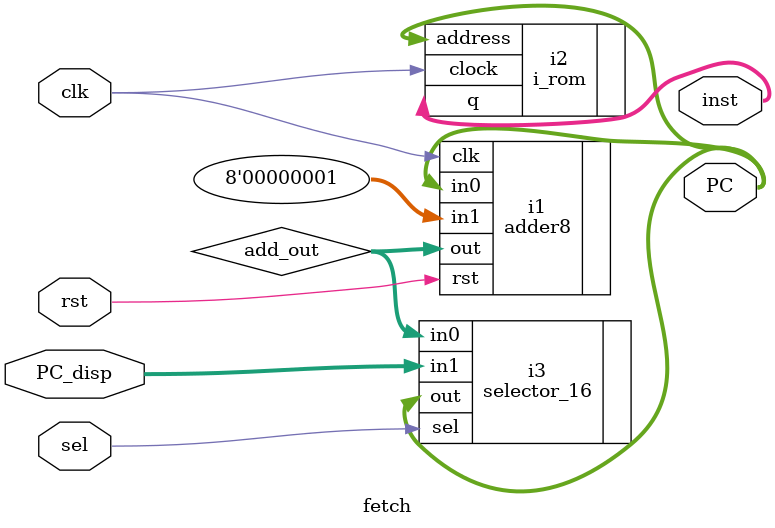
<source format=v>
`timescale 1ps/1ps

`include "adder8.v"
`include "i_rom.v"
`include "selector_16.v"

module fetch (rst,clk,sel,PC_disp,PC,inst);
    input         rst,clk,sel;
    input [8:0]   PC_disp;
    output [7:0]   PC;
    output [15:0] inst;
    wire [7:0]    add_out;

    adder8      i1 (.rst(rst), .clk(clk), .in0(PC), .in1(8'h01), .out(add_out));

    i_rom       i2 (.clock(clk), .address(PC), .q(inst));

    selector_16 i3 (.sel(sel),.in0(add_out),.in1(PC_disp),.out(PC));

endmodule

</source>
